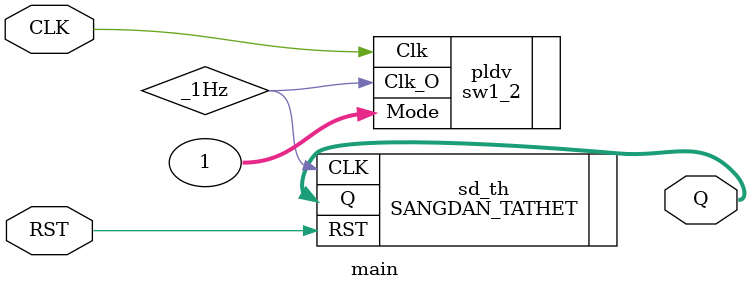
<source format=v>
`timescale 1ns / 1ps
module main(
    input CLK,
    input RST,
    output [7:0] Q
);
    wire _1Hz;
    sw1_2 pldv(
        .Clk(CLK),
        .Clk_O(_1Hz),
        .Mode(1)
    );
SANGDAN_TATHET sd_th(
        .CLK(_1Hz),
        .RST(RST),
        .Q(Q)
    );
endmodule

</source>
